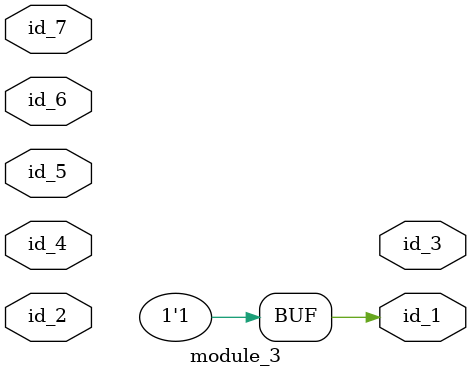
<source format=v>
module module_0 ();
  assign id_1 = id_1;
  module_3 modCall_1 (
      id_1,
      id_1,
      id_1,
      id_1,
      id_1,
      id_1,
      id_1
  );
  assign module_2.type_2 = 0;
endmodule
module module_1 (
    id_1,
    id_2,
    id_3,
    id_4,
    id_5
);
  output wire id_5;
  inout wire id_4;
  input wire id_3;
  output wire id_2;
  inout wire id_1;
  module_0 modCall_1 ();
  assign id_4 = id_4;
  wire id_6;
  assign id_1[1] = id_3;
endmodule
module module_2;
  wand id_1;
  assign id_1 = 1;
  module_0 modCall_1 ();
endmodule
module module_3 (
    id_1,
    id_2,
    id_3,
    id_4,
    id_5,
    id_6,
    id_7
);
  inout wire id_7;
  input wire id_6;
  inout wire id_5;
  input wire id_4;
  output wire id_3;
  input wire id_2;
  output wire id_1;
  assign id_1 = 1;
endmodule

</source>
